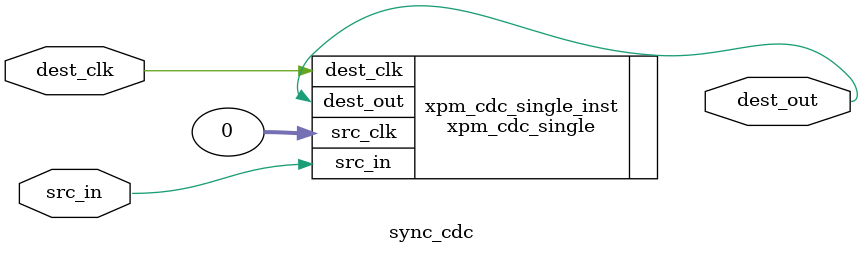
<source format=v>
`timescale 1ns/100ps

module sync_cdc (
    input wire src_in,
    input wire dest_clk,

    output wire dest_out
);

    xpm_cdc_single #(
        .DEST_SYNC_FF (4),
        .SIM_ASSERT_CHK (0),
        .SRC_INPUT_REG (0)
    ) xpm_cdc_single_inst (
        .src_clk (0),
        .src_in (src_in),
        .dest_clk (dest_clk),
        .dest_out (dest_out)
    );

endmodule

</source>
